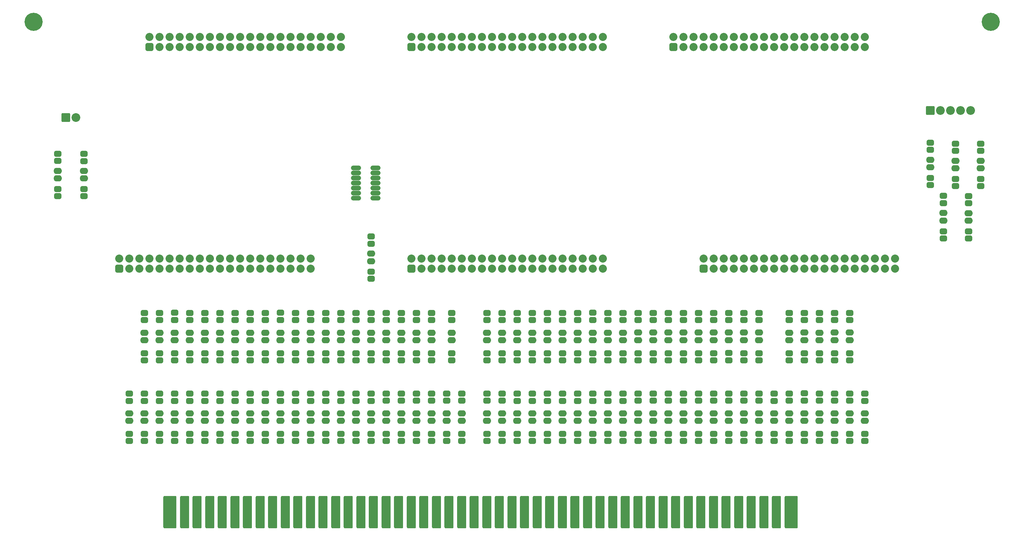
<source format=gts>
%TF.GenerationSoftware,KiCad,Pcbnew,7.0.9-1.fc38*%
%TF.CreationDate,2023-12-10T14:56:15+10:00*%
%TF.ProjectId,LogicAnalyserSMD,4c6f6769-6341-46e6-916c-79736572534d,0.0*%
%TF.SameCoordinates,Original*%
%TF.FileFunction,Soldermask,Top*%
%TF.FilePolarity,Negative*%
%FSLAX46Y46*%
G04 Gerber Fmt 4.6, Leading zero omitted, Abs format (unit mm)*
G04 Created by KiCad (PCBNEW 7.0.9-1.fc38) date 2023-12-10 14:56:15*
%MOMM*%
%LPD*%
G01*
G04 APERTURE LIST*
G04 Aperture macros list*
%AMRoundRect*
0 Rectangle with rounded corners*
0 $1 Rounding radius*
0 $2 $3 $4 $5 $6 $7 $8 $9 X,Y pos of 4 corners*
0 Add a 4 corners polygon primitive as box body*
4,1,4,$2,$3,$4,$5,$6,$7,$8,$9,$2,$3,0*
0 Add four circle primitives for the rounded corners*
1,1,$1+$1,$2,$3*
1,1,$1+$1,$4,$5*
1,1,$1+$1,$6,$7*
1,1,$1+$1,$8,$9*
0 Add four rect primitives between the rounded corners*
20,1,$1+$1,$2,$3,$4,$5,0*
20,1,$1+$1,$4,$5,$6,$7,0*
20,1,$1+$1,$6,$7,$8,$9,0*
20,1,$1+$1,$8,$9,$2,$3,0*%
G04 Aperture macros list end*
%ADD10RoundRect,0.254000X-1.397000X-3.810000X1.397000X-3.810000X1.397000X3.810000X-1.397000X3.810000X0*%
%ADD11RoundRect,0.254000X-0.889000X-3.810000X0.889000X-3.810000X0.889000X3.810000X-0.889000X3.810000X0*%
%ADD12C,4.572000*%
%ADD13RoundRect,0.504000X0.450000X-0.262500X0.450000X0.262500X-0.450000X0.262500X-0.450000X-0.262500X0*%
%ADD14RoundRect,0.504000X0.475000X-0.250000X0.475000X0.250000X-0.475000X0.250000X-0.475000X-0.250000X0*%
%ADD15RoundRect,0.504000X-0.475000X0.250000X-0.475000X-0.250000X0.475000X-0.250000X0.475000X0.250000X0*%
%ADD16RoundRect,0.504000X-0.450000X0.262500X-0.450000X-0.262500X0.450000X-0.262500X0.450000X0.262500X0*%
%ADD17RoundRect,0.478118X0.537882X-0.537882X0.537882X0.537882X-0.537882X0.537882X-0.537882X-0.537882X0*%
%ADD18C,2.032000*%
%ADD19RoundRect,0.254000X0.850000X-0.850000X0.850000X0.850000X-0.850000X0.850000X-0.850000X-0.850000X0*%
%ADD20O,2.208000X2.208000*%
%ADD21RoundRect,0.404000X-0.825000X-0.150000X0.825000X-0.150000X0.825000X0.150000X-0.825000X0.150000X0*%
G04 APERTURE END LIST*
D10*
%TO.C,P1*%
X53467000Y-175641000D03*
D11*
X57150000Y-175641000D03*
X60325000Y-175641000D03*
X63500000Y-175641000D03*
X66675000Y-175641000D03*
X69850000Y-175641000D03*
X73025000Y-175641000D03*
X76200000Y-175641000D03*
X79375000Y-175641000D03*
X82550000Y-175641000D03*
X85725000Y-175641000D03*
X88900000Y-175641000D03*
X92075000Y-175641000D03*
X95250000Y-175641000D03*
X98425000Y-175641000D03*
X101600000Y-175641000D03*
X104775000Y-175641000D03*
X107950000Y-175641000D03*
X111125000Y-175641000D03*
X114300000Y-175641000D03*
X117475000Y-175641000D03*
X120650000Y-175641000D03*
X123825000Y-175641000D03*
X127000000Y-175641000D03*
X130175000Y-175641000D03*
X133350000Y-175641000D03*
X136525000Y-175641000D03*
X139700000Y-175641000D03*
X142875000Y-175641000D03*
X146050000Y-175641000D03*
X149225000Y-175641000D03*
X152400000Y-175641000D03*
X155575000Y-175641000D03*
X158750000Y-175641000D03*
X161925000Y-175641000D03*
X165100000Y-175641000D03*
X168275000Y-175641000D03*
X171450000Y-175641000D03*
X174625000Y-175641000D03*
X177800000Y-175641000D03*
X180975000Y-175641000D03*
X184150000Y-175641000D03*
X187325000Y-175641000D03*
X190500000Y-175641000D03*
X193675000Y-175641000D03*
X196850000Y-175641000D03*
X200025000Y-175641000D03*
X203200000Y-175641000D03*
X206375000Y-175641000D03*
D10*
X210058000Y-175641000D03*
%TD*%
D12*
%TO.C,P35*%
X260350000Y-52070000D03*
%TD*%
%TO.C,P34*%
X19050000Y-52070000D03*
%TD*%
D13*
%TO.C,R1*%
X43180000Y-157734000D03*
X43180000Y-155909000D03*
%TD*%
D14*
%TO.C,C41*%
X119380000Y-152654000D03*
X119380000Y-150754000D03*
%TD*%
D13*
%TO.C,R146*%
X186690000Y-147574000D03*
X186690000Y-145749000D03*
%TD*%
%TO.C,R173*%
X217170000Y-157734000D03*
X217170000Y-155909000D03*
%TD*%
%TO.C,R8*%
X50800000Y-127254000D03*
X50800000Y-125429000D03*
%TD*%
D15*
%TO.C,C100*%
X104140000Y-110490000D03*
X104140000Y-112390000D03*
%TD*%
D13*
%TO.C,R24*%
X66040000Y-127254000D03*
X66040000Y-125429000D03*
%TD*%
%TO.C,R93*%
X137160000Y-157734000D03*
X137160000Y-155909000D03*
%TD*%
%TO.C,R14*%
X54610000Y-147621000D03*
X54610000Y-145796000D03*
%TD*%
%TO.C,R142*%
X182880000Y-147574000D03*
X182880000Y-145749000D03*
%TD*%
%TO.C,R103*%
X148590000Y-137414000D03*
X148590000Y-135589000D03*
%TD*%
D14*
%TO.C,C35*%
X107950000Y-152654000D03*
X107950000Y-150754000D03*
%TD*%
%TO.C,C43*%
X127000000Y-152654000D03*
X127000000Y-150754000D03*
%TD*%
D13*
%TO.C,R116*%
X160020000Y-127238000D03*
X160020000Y-125413000D03*
%TD*%
%TO.C,R85*%
X127000000Y-157734000D03*
X127000000Y-155909000D03*
%TD*%
%TO.C,R137*%
X179070000Y-157734000D03*
X179070000Y-155909000D03*
%TD*%
%TO.C,R179*%
X224790000Y-137414000D03*
X224790000Y-135589000D03*
%TD*%
D14*
%TO.C,C29*%
X96520000Y-152654000D03*
X96520000Y-150754000D03*
%TD*%
D13*
%TO.C,R153*%
X194310000Y-157734000D03*
X194310000Y-155909000D03*
%TD*%
%TO.C,R49*%
X88900000Y-157734000D03*
X88900000Y-155909000D03*
%TD*%
%TO.C,R38*%
X77470000Y-147621000D03*
X77470000Y-145796000D03*
%TD*%
D14*
%TO.C,C48*%
X140970000Y-132334000D03*
X140970000Y-130434000D03*
%TD*%
%TO.C,C91*%
X224790000Y-152654000D03*
X224790000Y-150754000D03*
%TD*%
D13*
%TO.C,R51*%
X92710000Y-137414000D03*
X92710000Y-135589000D03*
%TD*%
D14*
%TO.C,C16*%
X73660000Y-132334000D03*
X73660000Y-130434000D03*
%TD*%
%TO.C,C79*%
X198120000Y-152654000D03*
X198120000Y-150754000D03*
%TD*%
D13*
%TO.C,R46*%
X85090000Y-147621000D03*
X85090000Y-145796000D03*
%TD*%
D16*
%TO.C,R199*%
X104140000Y-106172000D03*
X104140000Y-107997000D03*
%TD*%
D13*
%TO.C,R18*%
X58420000Y-147621000D03*
X58420000Y-145796000D03*
%TD*%
D14*
%TO.C,C74*%
X190500000Y-132312500D03*
X190500000Y-130412500D03*
%TD*%
%TO.C,C73*%
X186690000Y-152654000D03*
X186690000Y-150754000D03*
%TD*%
D13*
%TO.C,R135*%
X179070000Y-137414000D03*
X179070000Y-135589000D03*
%TD*%
D14*
%TO.C,C39*%
X115570000Y-152654000D03*
X115570000Y-150754000D03*
%TD*%
D13*
%TO.C,R201*%
X228600000Y-157734000D03*
X228600000Y-155909000D03*
%TD*%
%TO.C,R26*%
X66040000Y-147621000D03*
X66040000Y-145796000D03*
%TD*%
%TO.C,R17*%
X58420000Y-157734000D03*
X58420000Y-155909000D03*
%TD*%
%TO.C,R114*%
X156210000Y-147621000D03*
X156210000Y-145796000D03*
%TD*%
%TO.C,R99*%
X144780000Y-137414000D03*
X144780000Y-135589000D03*
%TD*%
%TO.C,R84*%
X124460000Y-127254000D03*
X124460000Y-125429000D03*
%TD*%
D16*
%TO.C,R194*%
X31750000Y-94187000D03*
X31750000Y-96012000D03*
%TD*%
D14*
%TO.C,C15*%
X69850000Y-152654000D03*
X69850000Y-150754000D03*
%TD*%
%TO.C,C21*%
X81280000Y-152654000D03*
X81280000Y-150754000D03*
%TD*%
%TO.C,C17*%
X73660000Y-152654000D03*
X73660000Y-150754000D03*
%TD*%
%TO.C,C2*%
X46990000Y-132334000D03*
X46990000Y-130434000D03*
%TD*%
D17*
%TO.C,J3*%
X114300000Y-58420000D03*
D18*
X114300000Y-55880000D03*
X116840000Y-58420000D03*
X116840000Y-55880000D03*
X119380000Y-58420000D03*
X119380000Y-55880000D03*
X121920000Y-58420000D03*
X121920000Y-55880000D03*
X124460000Y-58420000D03*
X124460000Y-55880000D03*
X127000000Y-58420000D03*
X127000000Y-55880000D03*
X129540000Y-58420000D03*
X129540000Y-55880000D03*
X132080000Y-58420000D03*
X132080000Y-55880000D03*
X134620000Y-58420000D03*
X134620000Y-55880000D03*
X137160000Y-58420000D03*
X137160000Y-55880000D03*
X139700000Y-58420000D03*
X139700000Y-55880000D03*
X142240000Y-58420000D03*
X142240000Y-55880000D03*
X144780000Y-58420000D03*
X144780000Y-55880000D03*
X147320000Y-58420000D03*
X147320000Y-55880000D03*
X149860000Y-58420000D03*
X149860000Y-55880000D03*
X152400000Y-58420000D03*
X152400000Y-55880000D03*
X154940000Y-58420000D03*
X154940000Y-55880000D03*
X157480000Y-58420000D03*
X157480000Y-55880000D03*
X160020000Y-58420000D03*
X160020000Y-55880000D03*
X162560000Y-58420000D03*
X162560000Y-55880000D03*
%TD*%
D13*
%TO.C,R67*%
X107950000Y-137414000D03*
X107950000Y-135589000D03*
%TD*%
D16*
%TO.C,R189*%
X254762000Y-95965000D03*
X254762000Y-97790000D03*
%TD*%
D14*
%TO.C,C54*%
X152400000Y-132334000D03*
X152400000Y-130434000D03*
%TD*%
D15*
%TO.C,C96*%
X257810000Y-87075000D03*
X257810000Y-88975000D03*
%TD*%
D14*
%TO.C,C49*%
X140970000Y-152654000D03*
X140970000Y-150754000D03*
%TD*%
D13*
%TO.C,R35*%
X77470000Y-137414000D03*
X77470000Y-135589000D03*
%TD*%
%TO.C,R128*%
X171450000Y-127254000D03*
X171450000Y-125429000D03*
%TD*%
%TO.C,R132*%
X175260000Y-127254000D03*
X175260000Y-125429000D03*
%TD*%
%TO.C,R197*%
X123190000Y-157734000D03*
X123190000Y-155909000D03*
%TD*%
%TO.C,R61*%
X100330000Y-157734000D03*
X100330000Y-155909000D03*
%TD*%
%TO.C,R74*%
X111760000Y-147574000D03*
X111760000Y-145749000D03*
%TD*%
%TO.C,R32*%
X73660000Y-127254000D03*
X73660000Y-125429000D03*
%TD*%
D14*
%TO.C,C18*%
X77470000Y-132334000D03*
X77470000Y-130434000D03*
%TD*%
D13*
%TO.C,R121*%
X163830000Y-157734000D03*
X163830000Y-155909000D03*
%TD*%
D14*
%TO.C,C56*%
X156210000Y-132334000D03*
X156210000Y-130434000D03*
%TD*%
D13*
%TO.C,R25*%
X66040000Y-157734000D03*
X66040000Y-155909000D03*
%TD*%
D14*
%TO.C,C31*%
X100330000Y-152654000D03*
X100330000Y-150754000D03*
%TD*%
D13*
%TO.C,R134*%
X175260000Y-147574000D03*
X175260000Y-145749000D03*
%TD*%
%TO.C,R39*%
X81280000Y-137414000D03*
X81280000Y-135589000D03*
%TD*%
%TO.C,R22*%
X62230000Y-147621000D03*
X62230000Y-145796000D03*
%TD*%
%TO.C,R44*%
X85090000Y-127254000D03*
X85090000Y-125429000D03*
%TD*%
D17*
%TO.C,J6*%
X187960000Y-114300000D03*
D18*
X187960000Y-111760000D03*
X190500000Y-114300000D03*
X190500000Y-111760000D03*
X193040000Y-114300000D03*
X193040000Y-111760000D03*
X195580000Y-114300000D03*
X195580000Y-111760000D03*
X198120000Y-114300000D03*
X198120000Y-111760000D03*
X200660000Y-114300000D03*
X200660000Y-111760000D03*
X203200000Y-114300000D03*
X203200000Y-111760000D03*
X205740000Y-114300000D03*
X205740000Y-111760000D03*
X208280000Y-114300000D03*
X208280000Y-111760000D03*
X210820000Y-114300000D03*
X210820000Y-111760000D03*
X213360000Y-114300000D03*
X213360000Y-111760000D03*
X215900000Y-114300000D03*
X215900000Y-111760000D03*
X218440000Y-114300000D03*
X218440000Y-111760000D03*
X220980000Y-114300000D03*
X220980000Y-111760000D03*
X223520000Y-114300000D03*
X223520000Y-111760000D03*
X226060000Y-114300000D03*
X226060000Y-111760000D03*
X228600000Y-114300000D03*
X228600000Y-111760000D03*
X231140000Y-114300000D03*
X231140000Y-111760000D03*
X233680000Y-114300000D03*
X233680000Y-111760000D03*
X236220000Y-114300000D03*
X236220000Y-111760000D03*
%TD*%
D16*
%TO.C,R184*%
X245110000Y-91393000D03*
X245110000Y-93218000D03*
%TD*%
D14*
%TO.C,C44*%
X133350000Y-132334000D03*
X133350000Y-130434000D03*
%TD*%
D13*
%TO.C,R66*%
X104140000Y-147621000D03*
X104140000Y-145796000D03*
%TD*%
%TO.C,R204*%
X205740000Y-147621000D03*
X205740000Y-145796000D03*
%TD*%
D14*
%TO.C,C101*%
X228600000Y-152654000D03*
X228600000Y-150754000D03*
%TD*%
%TO.C,C83*%
X209550000Y-152654000D03*
X209550000Y-150754000D03*
%TD*%
%TO.C,C13*%
X66040000Y-152654000D03*
X66040000Y-150754000D03*
%TD*%
%TO.C,C34*%
X107950000Y-132334000D03*
X107950000Y-130434000D03*
%TD*%
D13*
%TO.C,R98*%
X140970000Y-147621000D03*
X140970000Y-145796000D03*
%TD*%
%TO.C,R79*%
X119380000Y-137414000D03*
X119380000Y-135589000D03*
%TD*%
%TO.C,R2*%
X43180000Y-147621000D03*
X43180000Y-145796000D03*
%TD*%
%TO.C,R144*%
X186690000Y-127254000D03*
X186690000Y-125429000D03*
%TD*%
%TO.C,R95*%
X140970000Y-137414000D03*
X140970000Y-135589000D03*
%TD*%
%TO.C,R83*%
X124460000Y-137414000D03*
X124460000Y-135589000D03*
%TD*%
D15*
%TO.C,C95*%
X254762000Y-100283000D03*
X254762000Y-102183000D03*
%TD*%
D13*
%TO.C,R155*%
X198120000Y-137414000D03*
X198120000Y-135589000D03*
%TD*%
%TO.C,R102*%
X144780000Y-147621000D03*
X144780000Y-145796000D03*
%TD*%
%TO.C,R80*%
X119380000Y-127254000D03*
X119380000Y-125429000D03*
%TD*%
D14*
%TO.C,C58*%
X160020000Y-132334000D03*
X160020000Y-130434000D03*
%TD*%
%TO.C,C36*%
X111760000Y-132334000D03*
X111760000Y-130434000D03*
%TD*%
D13*
%TO.C,R23*%
X66040000Y-137414000D03*
X66040000Y-135589000D03*
%TD*%
%TO.C,R111*%
X156210000Y-137414000D03*
X156210000Y-135589000D03*
%TD*%
%TO.C,R60*%
X100330000Y-127254000D03*
X100330000Y-125429000D03*
%TD*%
D14*
%TO.C,C24*%
X88900000Y-132334000D03*
X88900000Y-130434000D03*
%TD*%
D13*
%TO.C,R30*%
X69850000Y-147621000D03*
X69850000Y-145796000D03*
%TD*%
D14*
%TO.C,C32*%
X104140000Y-132334000D03*
X104140000Y-130434000D03*
%TD*%
D13*
%TO.C,R12*%
X54610000Y-127238000D03*
X54610000Y-125413000D03*
%TD*%
%TO.C,R122*%
X163830000Y-147621000D03*
X163830000Y-145796000D03*
%TD*%
D14*
%TO.C,C7*%
X54610000Y-152654000D03*
X54610000Y-150754000D03*
%TD*%
%TO.C,C30*%
X100330000Y-132334000D03*
X100330000Y-130434000D03*
%TD*%
%TO.C,C61*%
X163830000Y-152654000D03*
X163830000Y-150754000D03*
%TD*%
D13*
%TO.C,R81*%
X119380000Y-157734000D03*
X119380000Y-155909000D03*
%TD*%
D17*
%TO.C,J5*%
X180340000Y-58420000D03*
D18*
X180340000Y-55880000D03*
X182880000Y-58420000D03*
X182880000Y-55880000D03*
X185420000Y-58420000D03*
X185420000Y-55880000D03*
X187960000Y-58420000D03*
X187960000Y-55880000D03*
X190500000Y-58420000D03*
X190500000Y-55880000D03*
X193040000Y-58420000D03*
X193040000Y-55880000D03*
X195580000Y-58420000D03*
X195580000Y-55880000D03*
X198120000Y-58420000D03*
X198120000Y-55880000D03*
X200660000Y-58420000D03*
X200660000Y-55880000D03*
X203200000Y-58420000D03*
X203200000Y-55880000D03*
X205740000Y-58420000D03*
X205740000Y-55880000D03*
X208280000Y-58420000D03*
X208280000Y-55880000D03*
X210820000Y-58420000D03*
X210820000Y-55880000D03*
X213360000Y-58420000D03*
X213360000Y-55880000D03*
X215900000Y-58420000D03*
X215900000Y-55880000D03*
X218440000Y-58420000D03*
X218440000Y-55880000D03*
X220980000Y-58420000D03*
X220980000Y-55880000D03*
X223520000Y-58420000D03*
X223520000Y-55880000D03*
X226060000Y-58420000D03*
X226060000Y-55880000D03*
X228600000Y-58420000D03*
X228600000Y-55880000D03*
%TD*%
D13*
%TO.C,R77*%
X115570000Y-157734000D03*
X115570000Y-155909000D03*
%TD*%
D16*
%TO.C,R186*%
X248412000Y-104855000D03*
X248412000Y-106680000D03*
%TD*%
D14*
%TO.C,C99*%
X123190000Y-152654000D03*
X123190000Y-150754000D03*
%TD*%
D13*
%TO.C,R9*%
X50800000Y-157734000D03*
X50800000Y-155909000D03*
%TD*%
D14*
%TO.C,C26*%
X92710000Y-132334000D03*
X92710000Y-130434000D03*
%TD*%
%TO.C,C75*%
X190500000Y-152654000D03*
X190500000Y-150754000D03*
%TD*%
%TO.C,C86*%
X217170000Y-132334000D03*
X217170000Y-130434000D03*
%TD*%
%TO.C,C38*%
X115570000Y-132334000D03*
X115570000Y-130434000D03*
%TD*%
D13*
%TO.C,R110*%
X152400000Y-147621000D03*
X152400000Y-145796000D03*
%TD*%
D14*
%TO.C,C84*%
X213360000Y-132312500D03*
X213360000Y-130412500D03*
%TD*%
%TO.C,C11*%
X62230000Y-152654000D03*
X62230000Y-150754000D03*
%TD*%
D13*
%TO.C,R138*%
X179070000Y-147574000D03*
X179070000Y-145749000D03*
%TD*%
D14*
%TO.C,C66*%
X175260000Y-132312500D03*
X175260000Y-130412500D03*
%TD*%
D16*
%TO.C,R183*%
X245110000Y-82503000D03*
X245110000Y-84328000D03*
%TD*%
D13*
%TO.C,R56*%
X96520000Y-127254000D03*
X96520000Y-125429000D03*
%TD*%
%TO.C,R97*%
X140970000Y-157734000D03*
X140970000Y-155909000D03*
%TD*%
%TO.C,R6*%
X46990000Y-147621000D03*
X46990000Y-145796000D03*
%TD*%
D16*
%TO.C,R188*%
X251460000Y-91647000D03*
X251460000Y-93472000D03*
%TD*%
D13*
%TO.C,R27*%
X69850000Y-137414000D03*
X69850000Y-135589000D03*
%TD*%
%TO.C,R7*%
X50800000Y-137414000D03*
X50800000Y-135589000D03*
%TD*%
D14*
%TO.C,C59*%
X160020000Y-152654000D03*
X160020000Y-150754000D03*
%TD*%
D13*
%TO.C,R50*%
X88900000Y-147621000D03*
X88900000Y-145796000D03*
%TD*%
%TO.C,R198*%
X123190000Y-147574000D03*
X123190000Y-145749000D03*
%TD*%
%TO.C,R16*%
X58420000Y-127254000D03*
X58420000Y-125429000D03*
%TD*%
%TO.C,R156*%
X198120000Y-127254000D03*
X198120000Y-125429000D03*
%TD*%
%TO.C,R129*%
X171450000Y-157734000D03*
X171450000Y-155909000D03*
%TD*%
%TO.C,R86*%
X127000000Y-147574000D03*
X127000000Y-145749000D03*
%TD*%
%TO.C,R33*%
X73660000Y-157734000D03*
X73660000Y-155909000D03*
%TD*%
%TO.C,R57*%
X96520000Y-157734000D03*
X96520000Y-155909000D03*
%TD*%
D17*
%TO.C,J1*%
X48276803Y-58436803D03*
D18*
X48276803Y-55896803D03*
X50816803Y-58436803D03*
X50816803Y-55896803D03*
X53356803Y-58436803D03*
X53356803Y-55896803D03*
X55896803Y-58436803D03*
X55896803Y-55896803D03*
X58436803Y-58436803D03*
X58436803Y-55896803D03*
X60976803Y-58436803D03*
X60976803Y-55896803D03*
X63516803Y-58436803D03*
X63516803Y-55896803D03*
X66056803Y-58436803D03*
X66056803Y-55896803D03*
X68596803Y-58436803D03*
X68596803Y-55896803D03*
X71136803Y-58436803D03*
X71136803Y-55896803D03*
X73676803Y-58436803D03*
X73676803Y-55896803D03*
X76216803Y-58436803D03*
X76216803Y-55896803D03*
X78756803Y-58436803D03*
X78756803Y-55896803D03*
X81296803Y-58436803D03*
X81296803Y-55896803D03*
X83836803Y-58436803D03*
X83836803Y-55896803D03*
X86376803Y-58436803D03*
X86376803Y-55896803D03*
X88916803Y-58436803D03*
X88916803Y-55896803D03*
X91456803Y-58436803D03*
X91456803Y-55896803D03*
X93996803Y-58436803D03*
X93996803Y-55896803D03*
X96536803Y-58436803D03*
X96536803Y-55896803D03*
%TD*%
D13*
%TO.C,R70*%
X107950000Y-147574000D03*
X107950000Y-145749000D03*
%TD*%
%TO.C,R112*%
X156210000Y-127254000D03*
X156210000Y-125429000D03*
%TD*%
D15*
%TO.C,C93*%
X248412000Y-100267000D03*
X248412000Y-102167000D03*
%TD*%
D13*
%TO.C,R72*%
X111760000Y-127254000D03*
X111760000Y-125429000D03*
%TD*%
%TO.C,R19*%
X62230000Y-137414000D03*
X62230000Y-135589000D03*
%TD*%
%TO.C,R109*%
X152400000Y-157734000D03*
X152400000Y-155909000D03*
%TD*%
%TO.C,R15*%
X58420000Y-137414000D03*
X58420000Y-135589000D03*
%TD*%
%TO.C,R96*%
X140970000Y-127254000D03*
X140970000Y-125429000D03*
%TD*%
%TO.C,R177*%
X220980000Y-157734000D03*
X220980000Y-155909000D03*
%TD*%
%TO.C,R65*%
X104140000Y-157734000D03*
X104140000Y-155909000D03*
%TD*%
%TO.C,R28*%
X69850000Y-127254000D03*
X69850000Y-125429000D03*
%TD*%
%TO.C,R43*%
X85090000Y-137414000D03*
X85090000Y-135589000D03*
%TD*%
D15*
%TO.C,C94*%
X251460000Y-87075000D03*
X251460000Y-88975000D03*
%TD*%
D13*
%TO.C,R154*%
X194310000Y-147574000D03*
X194310000Y-145749000D03*
%TD*%
%TO.C,R3*%
X46990000Y-137414000D03*
X46990000Y-135589000D03*
%TD*%
%TO.C,R48*%
X88900000Y-127254000D03*
X88900000Y-125429000D03*
%TD*%
%TO.C,R53*%
X92710000Y-157734000D03*
X92710000Y-155909000D03*
%TD*%
D16*
%TO.C,R187*%
X251460000Y-82757000D03*
X251460000Y-84582000D03*
%TD*%
D13*
%TO.C,R73*%
X111760000Y-157734000D03*
X111760000Y-155909000D03*
%TD*%
D14*
%TO.C,C10*%
X62230000Y-132334000D03*
X62230000Y-130434000D03*
%TD*%
D19*
%TO.C,J8*%
X27178000Y-76153000D03*
D20*
X29718000Y-76153000D03*
%TD*%
D13*
%TO.C,R4*%
X46990000Y-127254000D03*
X46990000Y-125429000D03*
%TD*%
D14*
%TO.C,C65*%
X171450000Y-152654000D03*
X171450000Y-150754000D03*
%TD*%
%TO.C,C50*%
X144780000Y-132334000D03*
X144780000Y-130434000D03*
%TD*%
%TO.C,C67*%
X175260000Y-152654000D03*
X175260000Y-150754000D03*
%TD*%
D13*
%TO.C,R29*%
X69850000Y-157734000D03*
X69850000Y-155909000D03*
%TD*%
%TO.C,R45*%
X85090000Y-157734000D03*
X85090000Y-155909000D03*
%TD*%
%TO.C,R136*%
X179070000Y-127254000D03*
X179070000Y-125429000D03*
%TD*%
%TO.C,R113*%
X156210000Y-157734000D03*
X156210000Y-155909000D03*
%TD*%
D19*
%TO.C,J7*%
X245110000Y-74422000D03*
D20*
X247650000Y-74422000D03*
X250190000Y-74422000D03*
X252730000Y-74422000D03*
X255270000Y-74422000D03*
%TD*%
D14*
%TO.C,C102*%
X205740000Y-152654000D03*
X205740000Y-150754000D03*
%TD*%
D13*
%TO.C,R126*%
X167640000Y-147621000D03*
X167640000Y-145796000D03*
%TD*%
D17*
%TO.C,J2*%
X40640000Y-114300000D03*
D18*
X40640000Y-111760000D03*
X43180000Y-114300000D03*
X43180000Y-111760000D03*
X45720000Y-114300000D03*
X45720000Y-111760000D03*
X48260000Y-114300000D03*
X48260000Y-111760000D03*
X50800000Y-114300000D03*
X50800000Y-111760000D03*
X53340000Y-114300000D03*
X53340000Y-111760000D03*
X55880000Y-114300000D03*
X55880000Y-111760000D03*
X58420000Y-114300000D03*
X58420000Y-111760000D03*
X60960000Y-114300000D03*
X60960000Y-111760000D03*
X63500000Y-114300000D03*
X63500000Y-111760000D03*
X66040000Y-114300000D03*
X66040000Y-111760000D03*
X68580000Y-114300000D03*
X68580000Y-111760000D03*
X71120000Y-114300000D03*
X71120000Y-111760000D03*
X73660000Y-114300000D03*
X73660000Y-111760000D03*
X76200000Y-114300000D03*
X76200000Y-111760000D03*
X78740000Y-114300000D03*
X78740000Y-111760000D03*
X81280000Y-114300000D03*
X81280000Y-111760000D03*
X83820000Y-114300000D03*
X83820000Y-111760000D03*
X86360000Y-114300000D03*
X86360000Y-111760000D03*
X88900000Y-114300000D03*
X88900000Y-111760000D03*
%TD*%
D13*
%TO.C,R181*%
X224790000Y-157734000D03*
X224790000Y-155909000D03*
%TD*%
%TO.C,R161*%
X201930000Y-157734000D03*
X201930000Y-155909000D03*
%TD*%
D14*
%TO.C,C1*%
X43180000Y-152675500D03*
X43180000Y-150775500D03*
%TD*%
D13*
%TO.C,R171*%
X217170000Y-137414000D03*
X217170000Y-135589000D03*
%TD*%
%TO.C,R91*%
X137160000Y-137414000D03*
X137160000Y-135589000D03*
%TD*%
D14*
%TO.C,C37*%
X111760000Y-152654000D03*
X111760000Y-150754000D03*
%TD*%
%TO.C,C71*%
X182880000Y-152654000D03*
X182880000Y-150754000D03*
%TD*%
D13*
%TO.C,R168*%
X213360000Y-127254000D03*
X213360000Y-125429000D03*
%TD*%
D14*
%TO.C,C51*%
X144780000Y-152654000D03*
X144780000Y-150754000D03*
%TD*%
D13*
%TO.C,R10*%
X50800000Y-147621000D03*
X50800000Y-145796000D03*
%TD*%
%TO.C,R130*%
X171450000Y-147574000D03*
X171450000Y-145749000D03*
%TD*%
%TO.C,R141*%
X182880000Y-157734000D03*
X182880000Y-155909000D03*
%TD*%
D14*
%TO.C,C12*%
X66040000Y-132334000D03*
X66040000Y-130434000D03*
%TD*%
D13*
%TO.C,R180*%
X224790000Y-127254000D03*
X224790000Y-125429000D03*
%TD*%
%TO.C,R117*%
X160020000Y-157734000D03*
X160020000Y-155909000D03*
%TD*%
%TO.C,R34*%
X73660000Y-147621000D03*
X73660000Y-145796000D03*
%TD*%
%TO.C,R178*%
X220980000Y-147574000D03*
X220980000Y-145749000D03*
%TD*%
%TO.C,R160*%
X201930000Y-127254000D03*
X201930000Y-125429000D03*
%TD*%
%TO.C,R107*%
X152400000Y-137414000D03*
X152400000Y-135589000D03*
%TD*%
D14*
%TO.C,C9*%
X58420000Y-152654000D03*
X58420000Y-150754000D03*
%TD*%
D13*
%TO.C,R159*%
X201930000Y-137414000D03*
X201930000Y-135589000D03*
%TD*%
%TO.C,R64*%
X104140000Y-127254000D03*
X104140000Y-125429000D03*
%TD*%
D14*
%TO.C,C25*%
X88900000Y-152654000D03*
X88900000Y-150754000D03*
%TD*%
%TO.C,C55*%
X152400000Y-152654000D03*
X152400000Y-150754000D03*
%TD*%
D13*
%TO.C,R37*%
X77470000Y-157734000D03*
X77470000Y-155909000D03*
%TD*%
%TO.C,R68*%
X107950000Y-127254000D03*
X107950000Y-125429000D03*
%TD*%
%TO.C,R167*%
X213360000Y-137414000D03*
X213360000Y-135589000D03*
%TD*%
%TO.C,R145*%
X186690000Y-157734000D03*
X186690000Y-155909000D03*
%TD*%
%TO.C,R11*%
X54610000Y-137414000D03*
X54610000Y-135589000D03*
%TD*%
%TO.C,R164*%
X209550000Y-127254000D03*
X209550000Y-125429000D03*
%TD*%
%TO.C,R5*%
X46990000Y-157734000D03*
X46990000Y-155909000D03*
%TD*%
D14*
%TO.C,C23*%
X85090000Y-152654000D03*
X85090000Y-150754000D03*
%TD*%
D13*
%TO.C,R147*%
X190500000Y-137414000D03*
X190500000Y-135589000D03*
%TD*%
D14*
%TO.C,C20*%
X81280000Y-132334000D03*
X81280000Y-130434000D03*
%TD*%
D13*
%TO.C,R165*%
X209550000Y-157734000D03*
X209550000Y-155909000D03*
%TD*%
%TO.C,R54*%
X92710000Y-147621000D03*
X92710000Y-145796000D03*
%TD*%
%TO.C,R71*%
X111760000Y-137414000D03*
X111760000Y-135589000D03*
%TD*%
%TO.C,R123*%
X167640000Y-137414000D03*
X167640000Y-135589000D03*
%TD*%
%TO.C,R169*%
X213360000Y-157734000D03*
X213360000Y-155909000D03*
%TD*%
%TO.C,R21*%
X62230000Y-157734000D03*
X62230000Y-155909000D03*
%TD*%
D14*
%TO.C,C57*%
X156210000Y-152654000D03*
X156210000Y-150754000D03*
%TD*%
D13*
%TO.C,R94*%
X137160000Y-147574000D03*
X137160000Y-145749000D03*
%TD*%
D16*
%TO.C,R185*%
X248412000Y-95949000D03*
X248412000Y-97774000D03*
%TD*%
D13*
%TO.C,R100*%
X144780000Y-127254000D03*
X144780000Y-125429000D03*
%TD*%
D14*
%TO.C,C63*%
X167640000Y-152654000D03*
X167640000Y-150754000D03*
%TD*%
D13*
%TO.C,R106*%
X148590000Y-147621000D03*
X148590000Y-145796000D03*
%TD*%
%TO.C,R158*%
X198120000Y-147574000D03*
X198120000Y-145749000D03*
%TD*%
%TO.C,R131*%
X175260000Y-137414000D03*
X175260000Y-135589000D03*
%TD*%
%TO.C,R88*%
X133350000Y-127254000D03*
X133350000Y-125429000D03*
%TD*%
D14*
%TO.C,C3*%
X46990000Y-152654000D03*
X46990000Y-150754000D03*
%TD*%
D13*
%TO.C,R75*%
X115570000Y-137414000D03*
X115570000Y-135589000D03*
%TD*%
%TO.C,R87*%
X133350000Y-137414000D03*
X133350000Y-135589000D03*
%TD*%
%TO.C,R101*%
X144780000Y-157734000D03*
X144780000Y-155909000D03*
%TD*%
D14*
%TO.C,C88*%
X220980000Y-132312500D03*
X220980000Y-130412500D03*
%TD*%
D13*
%TO.C,R120*%
X163830000Y-127254000D03*
X163830000Y-125429000D03*
%TD*%
%TO.C,R182*%
X224790000Y-147574000D03*
X224790000Y-145749000D03*
%TD*%
D16*
%TO.C,R191*%
X257810000Y-82757000D03*
X257810000Y-84582000D03*
%TD*%
%TO.C,R192*%
X257810000Y-91647000D03*
X257810000Y-93472000D03*
%TD*%
D14*
%TO.C,C77*%
X194310000Y-152654000D03*
X194310000Y-150754000D03*
%TD*%
%TO.C,C60*%
X163830000Y-132334000D03*
X163830000Y-130434000D03*
%TD*%
D13*
%TO.C,R143*%
X186690000Y-137414000D03*
X186690000Y-135589000D03*
%TD*%
D14*
%TO.C,C22*%
X85090000Y-132334000D03*
X85090000Y-130434000D03*
%TD*%
D13*
%TO.C,R62*%
X100330000Y-147621000D03*
X100330000Y-145796000D03*
%TD*%
D14*
%TO.C,C53*%
X148590000Y-152654000D03*
X148590000Y-150754000D03*
%TD*%
D13*
%TO.C,R157*%
X198120000Y-157734000D03*
X198120000Y-155909000D03*
%TD*%
D16*
%TO.C,R193*%
X31750000Y-85344000D03*
X31750000Y-87169000D03*
%TD*%
D13*
%TO.C,R63*%
X104140000Y-137414000D03*
X104140000Y-135589000D03*
%TD*%
%TO.C,R162*%
X201930000Y-147574000D03*
X201930000Y-145749000D03*
%TD*%
%TO.C,R13*%
X54610000Y-157734000D03*
X54610000Y-155909000D03*
%TD*%
D14*
%TO.C,C82*%
X209550000Y-132334000D03*
X209550000Y-130434000D03*
%TD*%
%TO.C,C14*%
X69850000Y-132334000D03*
X69850000Y-130434000D03*
%TD*%
D13*
%TO.C,R174*%
X217170000Y-147574000D03*
X217170000Y-145749000D03*
%TD*%
D14*
%TO.C,C47*%
X137160000Y-152654000D03*
X137160000Y-150754000D03*
%TD*%
%TO.C,C8*%
X58420000Y-132334000D03*
X58420000Y-130434000D03*
%TD*%
D13*
%TO.C,R139*%
X182880000Y-137414000D03*
X182880000Y-135589000D03*
%TD*%
%TO.C,R166*%
X209550000Y-147574000D03*
X209550000Y-145749000D03*
%TD*%
%TO.C,R133*%
X175260000Y-157734000D03*
X175260000Y-155909000D03*
%TD*%
%TO.C,R108*%
X152400000Y-127254000D03*
X152400000Y-125429000D03*
%TD*%
D16*
%TO.C,R190*%
X254762000Y-104855000D03*
X254762000Y-106680000D03*
%TD*%
D13*
%TO.C,R69*%
X107950000Y-157734000D03*
X107950000Y-155909000D03*
%TD*%
D15*
%TO.C,C98*%
X25146000Y-89615000D03*
X25146000Y-91515000D03*
%TD*%
D14*
%TO.C,C52*%
X148590000Y-132334000D03*
X148590000Y-130434000D03*
%TD*%
%TO.C,C42*%
X124460000Y-132334000D03*
X124460000Y-130434000D03*
%TD*%
D13*
%TO.C,R140*%
X182880000Y-127254000D03*
X182880000Y-125429000D03*
%TD*%
D15*
%TO.C,C92*%
X245110000Y-86821000D03*
X245110000Y-88721000D03*
%TD*%
D14*
%TO.C,C45*%
X133350000Y-152654000D03*
X133350000Y-150754000D03*
%TD*%
D13*
%TO.C,R150*%
X190500000Y-147574000D03*
X190500000Y-145749000D03*
%TD*%
%TO.C,R203*%
X205740000Y-157734000D03*
X205740000Y-155909000D03*
%TD*%
D14*
%TO.C,C28*%
X96520000Y-132334000D03*
X96520000Y-130434000D03*
%TD*%
D13*
%TO.C,R163*%
X209550000Y-137414000D03*
X209550000Y-135589000D03*
%TD*%
%TO.C,R42*%
X81280000Y-147621000D03*
X81280000Y-145796000D03*
%TD*%
%TO.C,R92*%
X137160000Y-127254000D03*
X137160000Y-125429000D03*
%TD*%
D14*
%TO.C,C72*%
X186690000Y-132312500D03*
X186690000Y-130412500D03*
%TD*%
D16*
%TO.C,R195*%
X25146000Y-85297000D03*
X25146000Y-87122000D03*
%TD*%
D13*
%TO.C,R52*%
X92710000Y-127254000D03*
X92710000Y-125429000D03*
%TD*%
D14*
%TO.C,C33*%
X104140000Y-152654000D03*
X104140000Y-150754000D03*
%TD*%
D13*
%TO.C,R78*%
X115570000Y-147574000D03*
X115570000Y-145749000D03*
%TD*%
%TO.C,R127*%
X171450000Y-137414000D03*
X171450000Y-135589000D03*
%TD*%
%TO.C,R82*%
X119380000Y-147574000D03*
X119380000Y-145749000D03*
%TD*%
%TO.C,R90*%
X133350000Y-147574000D03*
X133350000Y-145749000D03*
%TD*%
%TO.C,R151*%
X194310000Y-137398000D03*
X194310000Y-135573000D03*
%TD*%
%TO.C,R118*%
X160020000Y-147621000D03*
X160020000Y-145796000D03*
%TD*%
%TO.C,R149*%
X190500000Y-157734000D03*
X190500000Y-155909000D03*
%TD*%
%TO.C,R175*%
X220980000Y-137414000D03*
X220980000Y-135589000D03*
%TD*%
%TO.C,R47*%
X88900000Y-137414000D03*
X88900000Y-135589000D03*
%TD*%
%TO.C,R89*%
X133350000Y-157734000D03*
X133350000Y-155909000D03*
%TD*%
%TO.C,R41*%
X81280000Y-157734000D03*
X81280000Y-155909000D03*
%TD*%
%TO.C,R104*%
X148590000Y-127254000D03*
X148590000Y-125429000D03*
%TD*%
D14*
%TO.C,C4*%
X50800000Y-132334000D03*
X50800000Y-130434000D03*
%TD*%
%TO.C,C80*%
X201930000Y-132312500D03*
X201930000Y-130412500D03*
%TD*%
%TO.C,C85*%
X213360000Y-152654000D03*
X213360000Y-150754000D03*
%TD*%
D13*
%TO.C,R40*%
X81280000Y-127238000D03*
X81280000Y-125413000D03*
%TD*%
%TO.C,R36*%
X77470000Y-127254000D03*
X77470000Y-125429000D03*
%TD*%
D17*
%TO.C,J4*%
X114300000Y-114300000D03*
D18*
X114300000Y-111760000D03*
X116840000Y-114300000D03*
X116840000Y-111760000D03*
X119380000Y-114300000D03*
X119380000Y-111760000D03*
X121920000Y-114300000D03*
X121920000Y-111760000D03*
X124460000Y-114300000D03*
X124460000Y-111760000D03*
X127000000Y-114300000D03*
X127000000Y-111760000D03*
X129540000Y-114300000D03*
X129540000Y-111760000D03*
X132080000Y-114300000D03*
X132080000Y-111760000D03*
X134620000Y-114300000D03*
X134620000Y-111760000D03*
X137160000Y-114300000D03*
X137160000Y-111760000D03*
X139700000Y-114300000D03*
X139700000Y-111760000D03*
X142240000Y-114300000D03*
X142240000Y-111760000D03*
X144780000Y-114300000D03*
X144780000Y-111760000D03*
X147320000Y-114300000D03*
X147320000Y-111760000D03*
X149860000Y-114300000D03*
X149860000Y-111760000D03*
X152400000Y-114300000D03*
X152400000Y-111760000D03*
X154940000Y-114300000D03*
X154940000Y-111760000D03*
X157480000Y-114300000D03*
X157480000Y-111760000D03*
X160020000Y-114300000D03*
X160020000Y-111760000D03*
X162560000Y-114300000D03*
X162560000Y-111760000D03*
%TD*%
D13*
%TO.C,R115*%
X160020000Y-137414000D03*
X160020000Y-135589000D03*
%TD*%
D14*
%TO.C,C78*%
X198120000Y-132312500D03*
X198120000Y-130412500D03*
%TD*%
D13*
%TO.C,R58*%
X96520000Y-147621000D03*
X96520000Y-145796000D03*
%TD*%
D14*
%TO.C,C69*%
X179070000Y-152654000D03*
X179070000Y-150754000D03*
%TD*%
D13*
%TO.C,R105*%
X148590000Y-157734000D03*
X148590000Y-155909000D03*
%TD*%
D14*
%TO.C,C87*%
X217170000Y-152654000D03*
X217170000Y-150754000D03*
%TD*%
%TO.C,C40*%
X119380000Y-132334000D03*
X119380000Y-130434000D03*
%TD*%
D13*
%TO.C,R76*%
X115570000Y-127254000D03*
X115570000Y-125429000D03*
%TD*%
D14*
%TO.C,C19*%
X77470000Y-152654000D03*
X77470000Y-150754000D03*
%TD*%
D13*
%TO.C,R31*%
X73660000Y-137414000D03*
X73660000Y-135589000D03*
%TD*%
%TO.C,R119*%
X163830000Y-137414000D03*
X163830000Y-135589000D03*
%TD*%
D14*
%TO.C,C46*%
X137160000Y-132334000D03*
X137160000Y-130434000D03*
%TD*%
D13*
%TO.C,R125*%
X167640000Y-157734000D03*
X167640000Y-155909000D03*
%TD*%
D14*
%TO.C,C27*%
X92710000Y-152654000D03*
X92710000Y-150754000D03*
%TD*%
%TO.C,C5*%
X50800000Y-152654000D03*
X50800000Y-150754000D03*
%TD*%
D13*
%TO.C,R152*%
X194310000Y-127254000D03*
X194310000Y-125429000D03*
%TD*%
%TO.C,R148*%
X190500000Y-127254000D03*
X190500000Y-125429000D03*
%TD*%
D16*
%TO.C,R196*%
X25146000Y-94187000D03*
X25146000Y-96012000D03*
%TD*%
D21*
%TO.C,U1*%
X100330000Y-88900000D03*
X100330000Y-90170000D03*
X100330000Y-91440000D03*
X100330000Y-92710000D03*
X100330000Y-93980000D03*
X100330000Y-95250000D03*
X100330000Y-96520000D03*
X105280000Y-96520000D03*
X105280000Y-95250000D03*
X105280000Y-93980000D03*
X105280000Y-92710000D03*
X105280000Y-91440000D03*
X105280000Y-90170000D03*
X105280000Y-88900000D03*
%TD*%
D14*
%TO.C,C70*%
X182880000Y-132312500D03*
X182880000Y-130412500D03*
%TD*%
%TO.C,C62*%
X167640000Y-132334000D03*
X167640000Y-130434000D03*
%TD*%
D13*
%TO.C,R172*%
X217170000Y-127254000D03*
X217170000Y-125429000D03*
%TD*%
%TO.C,R20*%
X62230000Y-127254000D03*
X62230000Y-125429000D03*
%TD*%
D14*
%TO.C,C64*%
X171450000Y-132312500D03*
X171450000Y-130412500D03*
%TD*%
D13*
%TO.C,R202*%
X228600000Y-147621000D03*
X228600000Y-145796000D03*
%TD*%
%TO.C,R170*%
X213360000Y-147558000D03*
X213360000Y-145733000D03*
%TD*%
D16*
%TO.C,R200*%
X104140000Y-115015000D03*
X104140000Y-116840000D03*
%TD*%
D14*
%TO.C,C89*%
X220980000Y-152654000D03*
X220980000Y-150754000D03*
%TD*%
%TO.C,C90*%
X224790000Y-132312500D03*
X224790000Y-130412500D03*
%TD*%
D13*
%TO.C,R59*%
X100330000Y-137414000D03*
X100330000Y-135589000D03*
%TD*%
D15*
%TO.C,C97*%
X31750000Y-89615000D03*
X31750000Y-91515000D03*
%TD*%
D14*
%TO.C,C76*%
X194310000Y-132312500D03*
X194310000Y-130412500D03*
%TD*%
D13*
%TO.C,R55*%
X96520000Y-137414000D03*
X96520000Y-135589000D03*
%TD*%
%TO.C,R124*%
X167640000Y-127254000D03*
X167640000Y-125429000D03*
%TD*%
%TO.C,R176*%
X220980000Y-127254000D03*
X220980000Y-125429000D03*
%TD*%
D14*
%TO.C,C81*%
X201930000Y-152654000D03*
X201930000Y-150754000D03*
%TD*%
%TO.C,C68*%
X179070000Y-132312500D03*
X179070000Y-130412500D03*
%TD*%
%TO.C,C6*%
X54610000Y-132334000D03*
X54610000Y-130434000D03*
%TD*%
M02*

</source>
